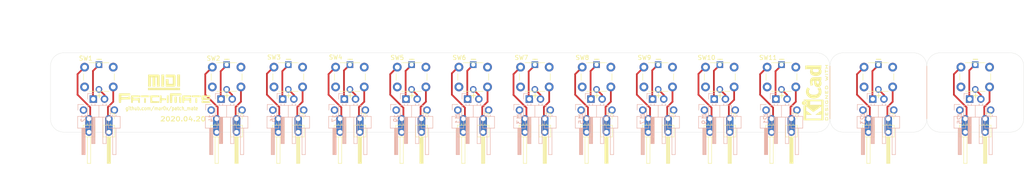
<source format=kicad_pcb>
(kicad_pcb (version 20171130) (host pcbnew "(5.1.5-0-10_14)")
  (layers (0 F.Cu signal) (31 B.Cu signal) (34 B.Paste user) (35 F.Paste user) (36 B.SilkS user) (37 F.SilkS user) (38 B.Mask user) (39 F.Mask user) (44 Edge.Cuts user))
  (net 0 "")
  (net 1 "Net-(J1-Pad2)")
  (net 2 "Net-(J1-Pad1)")
  (net 3 "Net-(J2-Pad1)")
  (net 4 "Net-(J2-Pad2)")
  (net 5 "Net-(J3-Pad2)")
  (net 6 "Net-(J3-Pad1)")
  (net 7 "Net-(J4-Pad1)")
  (net 8 "Net-(J4-Pad2)")
  (net 9 "Net-(J5-Pad1)")
  (net 10 "Net-(J5-Pad2)")
  (net 11 "Net-(J6-Pad2)")
  (net 12 "Net-(J6-Pad1)")
  (net 13 "Net-(J7-Pad2)")
  (net 14 "Net-(J7-Pad1)")
  (net 15 "Net-(J8-Pad1)")
  (net 16 "Net-(J8-Pad2)")
  (net 17 "Net-(J9-Pad1)")
  (net 18 "Net-(J9-Pad2)")
  (net 19 "Net-(J10-Pad2)")
  (net 20 "Net-(J10-Pad1)")
  (net 21 "Net-(J11-Pad1)")
  (net 22 "Net-(J11-Pad2)")
  (net 23 "Net-(J12-Pad2)")
  (net 24 "Net-(J12-Pad1)")
  (net 25 "Net-(J13-Pad2)")
  (net 26 "Net-(J13-Pad1)")
  (net 27 "Net-(J14-Pad1)")
  (net 28 "Net-(J14-Pad2)")
  (net 29 "Net-(J15-Pad1)")
  (net 30 "Net-(J15-Pad2)")
  (net 31 "Net-(J16-Pad2)")
  (net 32 "Net-(J16-Pad1)")
  (net 33 "Net-(J17-Pad2)")
  (net 34 "Net-(J17-Pad1)")
  (net 35 "Net-(J18-Pad1)")
  (net 36 "Net-(J18-Pad2)")
  (net 37 "Net-(J19-Pad1)")
  (net 38 "Net-(J19-Pad2)")
  (net 39 "Net-(J20-Pad2)")
  (net 40 "Net-(J20-Pad1)")
  (net 41 "Net-(J21-Pad2)")
  (net 42 "Net-(J21-Pad1)")
  (net 43 "Net-(J22-Pad1)")
  (net 44 "Net-(J22-Pad2)")
  (net 45 "Net-(J23-Pad1)")
  (net 46 "Net-(J23-Pad2)")
  (net 47 "Net-(J24-Pad2)")
  (net 48 "Net-(J24-Pad1)")
  (net 49 "Net-(J25-Pad2)")
  (net 50 "Net-(J25-Pad1)")
  (net 51 "Net-(J26-Pad1)")
  (net 52 "Net-(J26-Pad2)")
  (module bg:midi_of (layer F.Cu) (at 57.785 96.647)
    (fp_text reference G*** hide)
    (fp_text value LOGO hide)
  )
  (module bg:pm (layer F.Cu) (at 58.039 100.33)
    (fp_text reference G*** hide)
    (fp_text value LOGO hide)
  )
  (module Symbol:KiCad-Logo2_5mm_SilkScreen (layer F.Cu) (at 205.613 99.06 90)
    (fp_text reference REF** hide)
    (fp_text value KiCad-Logo2_5mm_SilkScreen hide)
  )
  (module Connectors:PinHeader_1x02_P4.5mm_Horizontal (layer F.Cu) (at 45.25 105 270)
    (fp_text reference J1 hide)
    (fp_text value Conn_01x02_Male)
    (pad 1 thru_hole oval (at 3 0 270) (size 4.7 1.7) (drill 1 (offset -1.5 0)) (layers *.Cu *.Mask) (net 2 "Net-(J1-Pad1)"))
    (pad 2 thru_hole oval (at 3 4.5 270) (size 4.7 1.7) (drill 1 (offset -1.5 0)) (layers *.Cu *.Mask) (net 1 "Net-(J1-Pad2)"))
    (pad 1 thru_hole oval (at 0 0 270) (size 1.7 1.7) (drill 1) (layers *.Cu *.Mask) (net 2 "Net-(J1-Pad1)"))
    (pad 2 thru_hole oval (at 0 4.5 270) (size 1.7 1.7) (drill 1) (layers *.Cu *.Mask) (net 1 "Net-(J1-Pad2)"))
  )
  (module Connectors:PinHeader_1x02_P4.5mm_Horizontal (layer F.Cu) (at 74.25 105 270)
    (fp_text reference J3 hide)
    (fp_text value Conn_01x02_Male)
    (pad 1 thru_hole oval (at 3 0 270) (size 4.7 1.7) (drill 1 (offset -1.5 0)) (layers *.Cu *.Mask) (net 6 "Net-(J3-Pad1)"))
    (pad 2 thru_hole oval (at 3 4.5 270) (size 4.7 1.7) (drill 1 (offset -1.5 0)) (layers *.Cu *.Mask) (net 5 "Net-(J3-Pad2)"))
    (pad 1 thru_hole oval (at 0 0 270) (size 1.7 1.7) (drill 1) (layers *.Cu *.Mask) (net 6 "Net-(J3-Pad1)"))
    (pad 2 thru_hole oval (at 0 4.5 270) (size 1.7 1.7) (drill 1) (layers *.Cu *.Mask) (net 5 "Net-(J3-Pad2)"))
  )
  (module Connectors:PinHeader_1x02_P4.5mm_Horizontal (layer F.Cu) (at 88.25 105 270)
    (fp_text reference J5 hide)
    (fp_text value Conn_01x02_Male hide)
    (pad 1 thru_hole oval (at 3 0 270) (size 4.7 1.7) (drill 1 (offset -1.5 0)) (layers *.Cu *.Mask) (net 9 "Net-(J5-Pad1)"))
    (pad 2 thru_hole oval (at 3 4.5 270) (size 4.7 1.7) (drill 1 (offset -1.5 0)) (layers *.Cu *.Mask) (net 10 "Net-(J5-Pad2)"))
    (pad 1 thru_hole oval (at 0 0 270) (size 1.7 1.7) (drill 1) (layers *.Cu *.Mask) (net 9 "Net-(J5-Pad1)"))
    (pad 2 thru_hole oval (at 0 4.5 270) (size 1.7 1.7) (drill 1) (layers *.Cu *.Mask) (net 10 "Net-(J5-Pad2)"))
  )
  (module Connectors:PinHeader_1x02_P4.5mm_Horizontal (layer F.Cu) (at 102.25 105 270)
    (fp_text reference J8 hide)
    (fp_text value Conn_01x02_Male)
    (pad 1 thru_hole oval (at 3 0 270) (size 4.7 1.7) (drill 1 (offset -1.5 0)) (layers *.Cu *.Mask) (net 15 "Net-(J8-Pad1)"))
    (pad 2 thru_hole oval (at 3 4.5 270) (size 4.7 1.7) (drill 1 (offset -1.5 0)) (layers *.Cu *.Mask) (net 16 "Net-(J8-Pad2)"))
    (pad 1 thru_hole oval (at 0 0 270) (size 1.7 1.7) (drill 1) (layers *.Cu *.Mask) (net 15 "Net-(J8-Pad1)"))
    (pad 2 thru_hole oval (at 0 4.5 270) (size 1.7 1.7) (drill 1) (layers *.Cu *.Mask) (net 16 "Net-(J8-Pad2)"))
  )
  (module Connectors:PinHeader_1x02_P4.5mm_Horizontal (layer F.Cu) (at 116.25 105 270)
    (fp_text reference J10 hide)
    (fp_text value Conn_01x02_Male)
    (pad 1 thru_hole oval (at 3 0 270) (size 4.7 1.7) (drill 1 (offset -1.5 0)) (layers *.Cu *.Mask) (net 20 "Net-(J10-Pad1)"))
    (pad 2 thru_hole oval (at 3 4.5 270) (size 4.7 1.7) (drill 1 (offset -1.5 0)) (layers *.Cu *.Mask) (net 19 "Net-(J10-Pad2)"))
    (pad 1 thru_hole oval (at 0 0 270) (size 1.7 1.7) (drill 1) (layers *.Cu *.Mask) (net 20 "Net-(J10-Pad1)"))
    (pad 2 thru_hole oval (at 0 4.5 270) (size 1.7 1.7) (drill 1) (layers *.Cu *.Mask) (net 19 "Net-(J10-Pad2)"))
  )
  (module Connectors:PinHeader_1x02_P4.5mm_Horizontal (layer F.Cu) (at 130.25 105 270)
    (fp_text reference J12 hide)
    (fp_text value Conn_01x02_Male)
    (pad 1 thru_hole oval (at 3 0 270) (size 4.7 1.7) (drill 1 (offset -1.5 0)) (layers *.Cu *.Mask) (net 24 "Net-(J12-Pad1)"))
    (pad 2 thru_hole oval (at 3 4.5 270) (size 4.7 1.7) (drill 1 (offset -1.5 0)) (layers *.Cu *.Mask) (net 23 "Net-(J12-Pad2)"))
    (pad 1 thru_hole oval (at 0 0 270) (size 1.7 1.7) (drill 1) (layers *.Cu *.Mask) (net 24 "Net-(J12-Pad1)"))
    (pad 2 thru_hole oval (at 0 4.5 270) (size 1.7 1.7) (drill 1) (layers *.Cu *.Mask) (net 23 "Net-(J12-Pad2)"))
  )
  (module Connectors:PinHeader_1x02_P4.5mm_Horizontal (layer F.Cu) (at 144.25 105 270)
    (fp_text reference J14 hide)
    (fp_text value Conn_01x02_Male)
    (pad 1 thru_hole oval (at 3 0 270) (size 4.7 1.7) (drill 1 (offset -1.5 0)) (layers *.Cu *.Mask) (net 27 "Net-(J14-Pad1)"))
    (pad 2 thru_hole oval (at 3 4.5 270) (size 4.7 1.7) (drill 1 (offset -1.5 0)) (layers *.Cu *.Mask) (net 28 "Net-(J14-Pad2)"))
    (pad 1 thru_hole oval (at 0 0 270) (size 1.7 1.7) (drill 1) (layers *.Cu *.Mask) (net 27 "Net-(J14-Pad1)"))
    (pad 2 thru_hole oval (at 0 4.5 270) (size 1.7 1.7) (drill 1) (layers *.Cu *.Mask) (net 28 "Net-(J14-Pad2)"))
  )
  (module Connectors:PinHeader_1x02_P4.5mm_Horizontal (layer F.Cu) (at 158.25 105 270)
    (fp_text reference J16 hide)
    (fp_text value Conn_01x02_Male)
    (pad 1 thru_hole oval (at 3 0 270) (size 4.7 1.7) (drill 1 (offset -1.5 0)) (layers *.Cu *.Mask) (net 32 "Net-(J16-Pad1)"))
    (pad 2 thru_hole oval (at 3 4.5 270) (size 4.7 1.7) (drill 1 (offset -1.5 0)) (layers *.Cu *.Mask) (net 31 "Net-(J16-Pad2)"))
    (pad 1 thru_hole oval (at 0 0 270) (size 1.7 1.7) (drill 1) (layers *.Cu *.Mask) (net 32 "Net-(J16-Pad1)"))
    (pad 2 thru_hole oval (at 0 4.5 270) (size 1.7 1.7) (drill 1) (layers *.Cu *.Mask) (net 31 "Net-(J16-Pad2)"))
  )
  (module Connectors:PinHeader_1x02_P4.5mm_Horizontal (layer F.Cu) (at 172.25 105 270)
    (fp_text reference J18 hide)
    (fp_text value Conn_01x02_Male)
    (pad 1 thru_hole oval (at 3 0 270) (size 4.7 1.7) (drill 1 (offset -1.5 0)) (layers *.Cu *.Mask) (net 35 "Net-(J18-Pad1)"))
    (pad 2 thru_hole oval (at 3 4.5 270) (size 4.7 1.7) (drill 1 (offset -1.5 0)) (layers *.Cu *.Mask) (net 36 "Net-(J18-Pad2)"))
    (pad 1 thru_hole oval (at 0 0 270) (size 1.7 1.7) (drill 1) (layers *.Cu *.Mask) (net 35 "Net-(J18-Pad1)"))
    (pad 2 thru_hole oval (at 0 4.5 270) (size 1.7 1.7) (drill 1) (layers *.Cu *.Mask) (net 36 "Net-(J18-Pad2)"))
  )
  (module Connectors:PinHeader_1x02_P4.5mm_Horizontal (layer F.Cu) (at 186.25 105 270)
    (fp_text reference J20 hide)
    (fp_text value Conn_01x02_Male)
    (pad 1 thru_hole oval (at 3 0 270) (size 4.7 1.7) (drill 1 (offset -1.5 0)) (layers *.Cu *.Mask) (net 40 "Net-(J20-Pad1)"))
    (pad 2 thru_hole oval (at 3 4.5 270) (size 4.7 1.7) (drill 1 (offset -1.5 0)) (layers *.Cu *.Mask) (net 39 "Net-(J20-Pad2)"))
    (pad 1 thru_hole oval (at 0 0 270) (size 1.7 1.7) (drill 1) (layers *.Cu *.Mask) (net 40 "Net-(J20-Pad1)"))
    (pad 2 thru_hole oval (at 0 4.5 270) (size 1.7 1.7) (drill 1) (layers *.Cu *.Mask) (net 39 "Net-(J20-Pad2)"))
  )
  (module Connectors:PinHeader_1x02_P4.5mm_Horizontal (layer F.Cu) (at 200.25 105 270)
    (fp_text reference J22 hide)
    (fp_text value Conn_01x02_Male)
    (pad 1 thru_hole oval (at 3 0 270) (size 4.7 1.7) (drill 1 (offset -1.5 0)) (layers *.Cu *.Mask) (net 43 "Net-(J22-Pad1)"))
    (pad 2 thru_hole oval (at 3 4.5 270) (size 4.7 1.7) (drill 1 (offset -1.5 0)) (layers *.Cu *.Mask) (net 44 "Net-(J22-Pad2)"))
    (pad 1 thru_hole oval (at 0 0 270) (size 1.7 1.7) (drill 1) (layers *.Cu *.Mask) (net 43 "Net-(J22-Pad1)"))
    (pad 2 thru_hole oval (at 0 4.5 270) (size 1.7 1.7) (drill 1) (layers *.Cu *.Mask) (net 44 "Net-(J22-Pad2)"))
  )
  (module Connectors:PinHeader_1x02_P4.5mm_Horizontal (layer F.Cu) (at 222.25 105 270)
    (fp_text reference J24 hide)
    (fp_text value Conn_01x02_Male)
    (pad 1 thru_hole oval (at 3 0 270) (size 4.7 1.7) (drill 1 (offset -1.5 0)) (layers *.Cu *.Mask) (net 48 "Net-(J24-Pad1)"))
    (pad 2 thru_hole oval (at 3 4.5 270) (size 4.7 1.7) (drill 1 (offset -1.5 0)) (layers *.Cu *.Mask) (net 47 "Net-(J24-Pad2)"))
    (pad 1 thru_hole oval (at 0 0 270) (size 1.7 1.7) (drill 1) (layers *.Cu *.Mask) (net 48 "Net-(J24-Pad1)"))
    (pad 2 thru_hole oval (at 0 4.5 270) (size 1.7 1.7) (drill 1) (layers *.Cu *.Mask) (net 47 "Net-(J24-Pad2)"))
  )
  (module Connectors:PinHeader_1x02_P4.5mm_Horizontal (layer F.Cu) (at 244.25 105 270)
    (fp_text reference J26 hide)
    (fp_text value Conn_01x02_Male)
    (pad 1 thru_hole oval (at 3 0 270) (size 4.7 1.7) (drill 1 (offset -1.5 0)) (layers *.Cu *.Mask) (net 51 "Net-(J26-Pad1)"))
    (pad 2 thru_hole oval (at 3 4.5 270) (size 4.7 1.7) (drill 1 (offset -1.5 0)) (layers *.Cu *.Mask) (net 52 "Net-(J26-Pad2)"))
    (pad 1 thru_hole oval (at 0 0 270) (size 1.7 1.7) (drill 1) (layers *.Cu *.Mask) (net 51 "Net-(J26-Pad1)"))
    (pad 2 thru_hole oval (at 0 4.5 270) (size 1.7 1.7) (drill 1) (layers *.Cu *.Mask) (net 52 "Net-(J26-Pad2)"))
  )
  (module Connectors:PinHeader_1x02_P7.0mm_Horizontal (layer B.Cu) (at 238.5 103 270)
    (fp_text reference REF** hide)
    (fp_text value PinHeader_1x02_P7.0mm_Horizontal hide)
    (pad 2 thru_hole oval (at 0 -7 270) (size 1.7 1.7) (drill 1) (layers *.Cu *.Mask))
    (pad 1 thru_hole circle (at 0 0 270) (size 1.7 1.7) (drill 1) (layers *.Cu *.Mask))
  )
  (module Connectors:PinHeader_1x02_P7.0mm_Horizontal (layer B.Cu) (at 216.5 103 270)
    (fp_text reference REF** hide)
    (fp_text value PinHeader_1x02_P7.0mm_Horizontal hide)
    (pad 2 thru_hole oval (at 0 -7 270) (size 1.7 1.7) (drill 1) (layers *.Cu *.Mask))
    (pad 1 thru_hole circle (at 0 0 270) (size 1.7 1.7) (drill 1) (layers *.Cu *.Mask))
  )
  (module Connectors:PinHeader_1x02_P7.0mm_Horizontal (layer B.Cu) (at 194.5 103 270)
    (fp_text reference REF** hide)
    (fp_text value PinHeader_1x02_P7.0mm_Horizontal hide)
    (pad 2 thru_hole oval (at 0 -7 270) (size 1.7 1.7) (drill 1) (layers *.Cu *.Mask))
    (pad 1 thru_hole circle (at 0 0 270) (size 1.7 1.7) (drill 1) (layers *.Cu *.Mask))
  )
  (module Connectors:PinHeader_1x02_P7.0mm_Horizontal (layer B.Cu) (at 180.5 103 270)
    (fp_text reference REF** hide)
    (fp_text value PinHeader_1x02_P7.0mm_Horizontal hide)
    (pad 2 thru_hole oval (at 0 -7 270) (size 1.7 1.7) (drill 1) (layers *.Cu *.Mask))
    (pad 1 thru_hole circle (at 0 0 270) (size 1.7 1.7) (drill 1) (layers *.Cu *.Mask))
  )
  (module Connectors:PinHeader_1x02_P7.0mm_Horizontal (layer B.Cu) (at 166.5 103 270)
    (fp_text reference REF** hide)
    (fp_text value PinHeader_1x02_P7.0mm_Horizontal hide)
    (pad 2 thru_hole oval (at 0 -7 270) (size 1.7 1.7) (drill 1) (layers *.Cu *.Mask))
    (pad 1 thru_hole circle (at 0 0 270) (size 1.7 1.7) (drill 1) (layers *.Cu *.Mask))
  )
  (module Connectors:PinHeader_1x02_P7.0mm_Horizontal (layer B.Cu) (at 152.5 103 270)
    (fp_text reference REF** hide)
    (fp_text value PinHeader_1x02_P7.0mm_Horizontal hide)
    (pad 2 thru_hole oval (at 0 -7 270) (size 1.7 1.7) (drill 1) (layers *.Cu *.Mask))
    (pad 1 thru_hole circle (at 0 0 270) (size 1.7 1.7) (drill 1) (layers *.Cu *.Mask))
  )
  (module Connectors:PinHeader_1x02_P7.0mm_Horizontal (layer B.Cu) (at 138.5 103 270)
    (fp_text reference REF** hide)
    (fp_text value PinHeader_1x02_P7.0mm_Horizontal hide)
    (pad 2 thru_hole oval (at 0 -7 270) (size 1.7 1.7) (drill 1) (layers *.Cu *.Mask))
    (pad 1 thru_hole circle (at 0 0 270) (size 1.7 1.7) (drill 1) (layers *.Cu *.Mask))
  )
  (module Connectors:PinHeader_1x02_P7.0mm_Horizontal (layer B.Cu) (at 124.5 103 270)
    (fp_text reference REF** hide)
    (fp_text value PinHeader_1x02_P7.0mm_Horizontal hide)
    (pad 2 thru_hole oval (at 0 -7 270) (size 1.7 1.7) (drill 1) (layers *.Cu *.Mask))
    (pad 1 thru_hole circle (at 0 0 270) (size 1.7 1.7) (drill 1) (layers *.Cu *.Mask))
  )
  (module Connectors:PinHeader_1x02_P7.0mm_Horizontal (layer B.Cu) (at 110.5 103 270)
    (fp_text reference REF** hide)
    (fp_text value PinHeader_1x02_P7.0mm_Horizontal hide)
    (pad 2 thru_hole oval (at 0 -7 270) (size 1.7 1.7) (drill 1) (layers *.Cu *.Mask))
    (pad 1 thru_hole circle (at 0 0 270) (size 1.7 1.7) (drill 1) (layers *.Cu *.Mask))
  )
  (module Connectors:PinHeader_1x02_P7.0mm_Horizontal (layer B.Cu) (at 96.5 103 270)
    (fp_text reference REF** hide)
    (fp_text value PinHeader_1x02_P7.0mm_Horizontal hide)
    (pad 2 thru_hole oval (at 0 -7 270) (size 1.7 1.7) (drill 1) (layers *.Cu *.Mask))
    (pad 1 thru_hole circle (at 0 0 270) (size 1.7 1.7) (drill 1) (layers *.Cu *.Mask))
  )
  (module Connectors:PinHeader_1x02_P7.0mm_Horizontal (layer B.Cu) (at 82.5 103 270)
    (fp_text reference REF** hide)
    (fp_text value PinHeader_1x02_P7.0mm_Horizontal hide)
    (pad 2 thru_hole oval (at 0 -7 270) (size 1.7 1.7) (drill 1) (layers *.Cu *.Mask))
    (pad 1 thru_hole circle (at 0 0 270) (size 1.7 1.7) (drill 1) (layers *.Cu *.Mask))
  )
  (module Connectors:PinHeader_1x02_P7.0mm_Horizontal (layer B.Cu) (at 68.5 103 270)
    (fp_text reference REF** hide)
    (fp_text value PinHeader_1x02_P7.0mm_Horizontal)
    (pad 2 thru_hole oval (at 0 -7 270) (size 1.7 1.7) (drill 1) (layers *.Cu *.Mask))
    (pad 1 thru_hole circle (at 0 0 270) (size 1.7 1.7) (drill 1) (layers *.Cu *.Mask))
  )
  (module Connectors:PinHeader_1x02_P7.0mm_Horizontal (layer B.Cu) (at 39.5 103 270)
    (fp_text reference REF** hide)
    (fp_text value PinHeader_1x02_P7.0mm_Horizontal)
    (pad 2 thru_hole oval (at 0 -7 270) (size 1.7 1.7) (drill 1) (layers *.Cu *.Mask))
    (pad 1 thru_hole circle (at 0 0 270) (size 1.7 1.7) (drill 1) (layers *.Cu *.Mask))
  )
  (module LED_Button_Switch_THT:SW_PUSH_6mm (layer F.Cu) (at 39.75 93.25)
    (fp_text reference SW1 (at 0.25 -2) (layer F.SilkS))
    (fp_text value SW_MEC_5G_LED)
    (pad 3 thru_hole circle (at 3.25 5.05 90) (size 1.5 1.5) (drill 0.9) (layers *.Cu *.Mask) (net 4 "Net-(J2-Pad2)"))
    (pad 2 thru_hole rect (at 3.25 -0.55 90) (size 1.5 1.5) (drill 0.9) (layers *.Cu *.Mask) (net 3 "Net-(J2-Pad1)"))
    (pad 1 thru_hole circle (at 6.5 0 90) (size 2 2) (drill 1.1) (layers *.Cu *.Mask) (net 1 "Net-(J1-Pad2)"))
    (pad 4 thru_hole circle (at 6.5 4.5 90) (size 2 2) (drill 1.1) (layers *.Cu *.Mask) (net 2 "Net-(J1-Pad1)"))
    (pad 1 thru_hole circle (at 0 0 90) (size 2 2) (drill 1.1) (layers *.Cu *.Mask) (net 1 "Net-(J1-Pad2)"))
    (pad 4 thru_hole circle (at 0 4.5 90) (size 2 2) (drill 1.1) (layers *.Cu *.Mask) (net 2 "Net-(J1-Pad1)"))
  )
  (module LED_Button_Switch_THT:SW_PUSH_6mm (layer F.Cu) (at 68.75 93.25)
    (fp_text reference SW2 (at 0.25 -2) (layer F.SilkS))
    (fp_text value SW_MEC_5G_LED)
    (pad 3 thru_hole circle (at 3.25 5.05 90) (size 1.5 1.5) (drill 0.9) (layers *.Cu *.Mask) (net 8 "Net-(J4-Pad2)"))
    (pad 2 thru_hole rect (at 3.25 -0.55 90) (size 1.5 1.5) (drill 0.9) (layers *.Cu *.Mask) (net 7 "Net-(J4-Pad1)"))
    (pad 1 thru_hole circle (at 6.5 0 90) (size 2 2) (drill 1.1) (layers *.Cu *.Mask) (net 5 "Net-(J3-Pad2)"))
    (pad 4 thru_hole circle (at 6.5 4.5 90) (size 2 2) (drill 1.1) (layers *.Cu *.Mask) (net 6 "Net-(J3-Pad1)"))
    (pad 1 thru_hole circle (at 0 0 90) (size 2 2) (drill 1.1) (layers *.Cu *.Mask) (net 5 "Net-(J3-Pad2)"))
    (pad 4 thru_hole circle (at 0 4.5 90) (size 2 2) (drill 1.1) (layers *.Cu *.Mask) (net 6 "Net-(J3-Pad1)"))
  )
  (module LED_Button_Switch_THT:SW_PUSH_6mm (layer F.Cu) (at 82.75 93.25)
    (fp_text reference SW3 (at 0 -2.25) (layer F.SilkS))
    (fp_text value SW_MEC_5G_LED)
    (pad 3 thru_hole circle (at 3.25 5.05 90) (size 1.5 1.5) (drill 0.9) (layers *.Cu *.Mask) (net 11 "Net-(J6-Pad2)"))
    (pad 2 thru_hole rect (at 3.25 -0.55 90) (size 1.5 1.5) (drill 0.9) (layers *.Cu *.Mask) (net 12 "Net-(J6-Pad1)"))
    (pad 1 thru_hole circle (at 6.5 0 90) (size 2 2) (drill 1.1) (layers *.Cu *.Mask) (net 10 "Net-(J5-Pad2)"))
    (pad 4 thru_hole circle (at 6.5 4.5 90) (size 2 2) (drill 1.1) (layers *.Cu *.Mask) (net 9 "Net-(J5-Pad1)"))
    (pad 1 thru_hole circle (at 0 0 90) (size 2 2) (drill 1.1) (layers *.Cu *.Mask) (net 10 "Net-(J5-Pad2)"))
    (pad 4 thru_hole circle (at 0 4.5 90) (size 2 2) (drill 1.1) (layers *.Cu *.Mask) (net 9 "Net-(J5-Pad1)"))
  )
  (module Connector_PinHeader_2.54mm:PinHeader_1x02_P2.54mm_Horizontal (layer B.Cu) (at 41.73 100.5 270)
    (fp_text reference J2 (at 4.385 2.27 90) (layer B.SilkS) (effects (justify mirror)))
    (fp_text value Conn_01x02_Male)
    (pad 1 thru_hole rect (at 0 0 270) (size 1.7 1.7) (drill 1) (layers *.Cu *.Mask) (net 3 "Net-(J2-Pad1)"))
    (pad 2 thru_hole oval (at 0 -2.54 270) (size 1.7 1.7) (drill 1) (layers *.Cu *.Mask) (net 4 "Net-(J2-Pad2)"))
  )
  (module Connector_PinHeader_2.54mm:PinHeader_1x02_P2.54mm_Horizontal (layer B.Cu) (at 70.73 100.5 270)
    (fp_text reference J4 (at 4.385 2.27 90) (layer B.SilkS) (effects (justify mirror)))
    (fp_text value Conn_01x02_Male)
    (pad 1 thru_hole rect (at 0 0 270) (size 1.7 1.7) (drill 1) (layers *.Cu *.Mask) (net 7 "Net-(J4-Pad1)"))
    (pad 2 thru_hole oval (at 0 -2.54 270) (size 1.7 1.7) (drill 1) (layers *.Cu *.Mask) (net 8 "Net-(J4-Pad2)"))
  )
  (module Connector_PinHeader_2.54mm:PinHeader_1x02_P2.54mm_Horizontal (layer B.Cu) (at 84.73 100.5 270)
    (fp_text reference J6 (at 4.385 2.27 90) (layer B.SilkS) (effects (justify mirror)))
    (fp_text value Conn_01x02_Male)
    (pad 2 thru_hole oval (at 0 -2.54 270) (size 1.7 1.7) (drill 1) (layers *.Cu *.Mask) (net 11 "Net-(J6-Pad2)"))
    (pad 1 thru_hole rect (at 0 0 270) (size 1.7 1.7) (drill 1) (layers *.Cu *.Mask) (net 12 "Net-(J6-Pad1)"))
  )
  (module Connector_PinHeader_2.54mm:PinHeader_1x02_P2.54mm_Horizontal (layer B.Cu) (at 98.73 100.5 270)
    (fp_text reference J7 (at 4.385 2.27 90) (layer B.SilkS) (effects (justify mirror)))
    (fp_text value Conn_01x02_Male)
    (pad 2 thru_hole oval (at 0 -2.54 270) (size 1.7 1.7) (drill 1) (layers *.Cu *.Mask) (net 13 "Net-(J7-Pad2)"))
    (pad 1 thru_hole rect (at 0 0 270) (size 1.7 1.7) (drill 1) (layers *.Cu *.Mask) (net 14 "Net-(J7-Pad1)"))
  )
  (module Connector_PinHeader_2.54mm:PinHeader_1x02_P2.54mm_Horizontal (layer B.Cu) (at 112.73 100.5 270)
    (fp_text reference J9 (at 4.385 2.27 90) (layer B.SilkS) (effects (justify mirror)))
    (fp_text value Conn_01x02_Male)
    (pad 1 thru_hole rect (at 0 0 270) (size 1.7 1.7) (drill 1) (layers *.Cu *.Mask) (net 17 "Net-(J9-Pad1)"))
    (pad 2 thru_hole oval (at 0 -2.54 270) (size 1.7 1.7) (drill 1) (layers *.Cu *.Mask) (net 18 "Net-(J9-Pad2)"))
  )
  (module Connector_PinHeader_2.54mm:PinHeader_1x02_P2.54mm_Horizontal (layer B.Cu) (at 126.73 100.5 270)
    (fp_text reference J11 (at 4.385 2.27 90) (layer B.SilkS) (effects (justify mirror)))
    (fp_text value Conn_01x02_Male)
    (pad 1 thru_hole rect (at 0 0 270) (size 1.7 1.7) (drill 1) (layers *.Cu *.Mask) (net 21 "Net-(J11-Pad1)"))
    (pad 2 thru_hole oval (at 0 -2.54 270) (size 1.7 1.7) (drill 1) (layers *.Cu *.Mask) (net 22 "Net-(J11-Pad2)"))
  )
  (module Connector_PinHeader_2.54mm:PinHeader_1x02_P2.54mm_Horizontal (layer B.Cu) (at 140.73 100.5 270)
    (fp_text reference J13 (at 4.385 2.27 90) (layer B.SilkS) (effects (justify mirror)))
    (fp_text value Conn_01x02_Male)
    (pad 2 thru_hole oval (at 0 -2.54 270) (size 1.7 1.7) (drill 1) (layers *.Cu *.Mask) (net 25 "Net-(J13-Pad2)"))
    (pad 1 thru_hole rect (at 0 0 270) (size 1.7 1.7) (drill 1) (layers *.Cu *.Mask) (net 26 "Net-(J13-Pad1)"))
  )
  (module Connector_PinHeader_2.54mm:PinHeader_1x02_P2.54mm_Horizontal (layer B.Cu) (at 154.73 100.5 270)
    (fp_text reference J15 (at 4.385 2.27 90) (layer B.SilkS) (effects (justify mirror)))
    (fp_text value Conn_01x02_Male)
    (pad 1 thru_hole rect (at 0 0 270) (size 1.7 1.7) (drill 1) (layers *.Cu *.Mask) (net 29 "Net-(J15-Pad1)"))
    (pad 2 thru_hole oval (at 0 -2.54 270) (size 1.7 1.7) (drill 1) (layers *.Cu *.Mask) (net 30 "Net-(J15-Pad2)"))
  )
  (module Connector_PinHeader_2.54mm:PinHeader_1x02_P2.54mm_Horizontal (layer B.Cu) (at 168.73 100.5 270)
    (fp_text reference J17 (at 4.385 2.27 90) (layer B.SilkS) (effects (justify mirror)))
    (fp_text value Conn_01x02_Male)
    (pad 2 thru_hole oval (at 0 -2.54 270) (size 1.7 1.7) (drill 1) (layers *.Cu *.Mask) (net 33 "Net-(J17-Pad2)"))
    (pad 1 thru_hole rect (at 0 0 270) (size 1.7 1.7) (drill 1) (layers *.Cu *.Mask) (net 34 "Net-(J17-Pad1)"))
  )
  (module Connector_PinHeader_2.54mm:PinHeader_1x02_P2.54mm_Horizontal (layer B.Cu) (at 182.73 100.5 270)
    (fp_text reference J19 (at 4.385 2.27 90) (layer B.SilkS) (effects (justify mirror)))
    (fp_text value Conn_01x02_Male)
    (pad 1 thru_hole rect (at 0 0 270) (size 1.7 1.7) (drill 1) (layers *.Cu *.Mask) (net 37 "Net-(J19-Pad1)"))
    (pad 2 thru_hole oval (at 0 -2.54 270) (size 1.7 1.7) (drill 1) (layers *.Cu *.Mask) (net 38 "Net-(J19-Pad2)"))
  )
  (module Connector_PinHeader_2.54mm:PinHeader_1x02_P2.54mm_Horizontal (layer B.Cu) (at 196.73 100.5 270)
    (fp_text reference J21 (at 4.385 2.27 90) (layer B.SilkS) (effects (justify mirror)))
    (fp_text value Conn_01x02_Male)
    (pad 2 thru_hole oval (at 0 -2.54 270) (size 1.7 1.7) (drill 1) (layers *.Cu *.Mask) (net 41 "Net-(J21-Pad2)"))
    (pad 1 thru_hole rect (at 0 0 270) (size 1.7 1.7) (drill 1) (layers *.Cu *.Mask) (net 42 "Net-(J21-Pad1)"))
  )
  (module Connector_PinHeader_2.54mm:PinHeader_1x02_P2.54mm_Horizontal (layer B.Cu) (at 218.73 100.5 270)
    (fp_text reference J23 (at 4.385 2.27 90) (layer B.SilkS) (effects (justify mirror)))
    (fp_text value Conn_01x02_Male)
    (pad 1 thru_hole rect (at 0 0 270) (size 1.7 1.7) (drill 1) (layers *.Cu *.Mask) (net 45 "Net-(J23-Pad1)"))
    (pad 2 thru_hole oval (at 0 -2.54 270) (size 1.7 1.7) (drill 1) (layers *.Cu *.Mask) (net 46 "Net-(J23-Pad2)"))
  )
  (module Connector_PinHeader_2.54mm:PinHeader_1x02_P2.54mm_Horizontal (layer B.Cu) (at 240.73 100.5 270)
    (fp_text reference J25 (at 4.385 2.27 90) (layer B.SilkS) (effects (justify mirror)))
    (fp_text value Conn_01x02_Male)
    (pad 2 thru_hole oval (at 0 -2.54 270) (size 1.7 1.7) (drill 1) (layers *.Cu *.Mask) (net 49 "Net-(J25-Pad2)"))
    (pad 1 thru_hole rect (at 0 0 270) (size 1.7 1.7) (drill 1) (layers *.Cu *.Mask) (net 50 "Net-(J25-Pad1)"))
  )
  (module LED_Button_Switch_THT:SW_PUSH_6mm (layer F.Cu) (at 96.75 93.25)
    (fp_text reference SW4 (at 0 -2.25) (layer F.SilkS))
    (fp_text value SW_MEC_5G_LED)
    (pad 4 thru_hole circle (at 0 4.5 90) (size 2 2) (drill 1.1) (layers *.Cu *.Mask) (net 15 "Net-(J8-Pad1)"))
    (pad 1 thru_hole circle (at 0 0 90) (size 2 2) (drill 1.1) (layers *.Cu *.Mask) (net 16 "Net-(J8-Pad2)"))
    (pad 4 thru_hole circle (at 6.5 4.5 90) (size 2 2) (drill 1.1) (layers *.Cu *.Mask) (net 15 "Net-(J8-Pad1)"))
    (pad 1 thru_hole circle (at 6.5 0 90) (size 2 2) (drill 1.1) (layers *.Cu *.Mask) (net 16 "Net-(J8-Pad2)"))
    (pad 2 thru_hole rect (at 3.25 -0.55 90) (size 1.5 1.5) (drill 0.9) (layers *.Cu *.Mask) (net 14 "Net-(J7-Pad1)"))
    (pad 3 thru_hole circle (at 3.25 5.05 90) (size 1.5 1.5) (drill 0.9) (layers *.Cu *.Mask) (net 13 "Net-(J7-Pad2)"))
  )
  (module LED_Button_Switch_THT:SW_PUSH_6mm (layer F.Cu) (at 110.75 93.25)
    (fp_text reference SW5 (at -0.006 -2.159) (layer F.SilkS))
    (fp_text value SW_MEC_5G_LED)
    (pad 3 thru_hole circle (at 3.25 5.05 90) (size 1.5 1.5) (drill 0.9) (layers *.Cu *.Mask) (net 18 "Net-(J9-Pad2)"))
    (pad 2 thru_hole rect (at 3.25 -0.55 90) (size 1.5 1.5) (drill 0.9) (layers *.Cu *.Mask) (net 17 "Net-(J9-Pad1)"))
    (pad 1 thru_hole circle (at 6.5 0 90) (size 2 2) (drill 1.1) (layers *.Cu *.Mask) (net 19 "Net-(J10-Pad2)"))
    (pad 4 thru_hole circle (at 6.5 4.5 90) (size 2 2) (drill 1.1) (layers *.Cu *.Mask) (net 20 "Net-(J10-Pad1)"))
    (pad 1 thru_hole circle (at 0 0 90) (size 2 2) (drill 1.1) (layers *.Cu *.Mask) (net 19 "Net-(J10-Pad2)"))
    (pad 4 thru_hole circle (at 0 4.5 90) (size 2 2) (drill 1.1) (layers *.Cu *.Mask) (net 20 "Net-(J10-Pad1)"))
  )
  (module LED_Button_Switch_THT:SW_PUSH_6mm (layer F.Cu) (at 124.75 93.25)
    (fp_text reference SW6 (at 0.091 -2.159) (layer F.SilkS))
    (fp_text value SW_MEC_5G_LED)
    (pad 4 thru_hole circle (at 0 4.5 90) (size 2 2) (drill 1.1) (layers *.Cu *.Mask) (net 24 "Net-(J12-Pad1)"))
    (pad 1 thru_hole circle (at 0 0 90) (size 2 2) (drill 1.1) (layers *.Cu *.Mask) (net 23 "Net-(J12-Pad2)"))
    (pad 4 thru_hole circle (at 6.5 4.5 90) (size 2 2) (drill 1.1) (layers *.Cu *.Mask) (net 24 "Net-(J12-Pad1)"))
    (pad 1 thru_hole circle (at 6.5 0 90) (size 2 2) (drill 1.1) (layers *.Cu *.Mask) (net 23 "Net-(J12-Pad2)"))
    (pad 2 thru_hole rect (at 3.25 -0.55 90) (size 1.5 1.5) (drill 0.9) (layers *.Cu *.Mask) (net 21 "Net-(J11-Pad1)"))
    (pad 3 thru_hole circle (at 3.25 5.05 90) (size 1.5 1.5) (drill 0.9) (layers *.Cu *.Mask) (net 22 "Net-(J11-Pad2)"))
  )
  (module LED_Button_Switch_THT:SW_PUSH_6mm (layer F.Cu) (at 138.75 93.25)
    (fp_text reference SW7 (at 0.188 -2.159) (layer F.SilkS))
    (fp_text value SW_MEC_5G_LED)
    (pad 3 thru_hole circle (at 3.25 5.05 90) (size 1.5 1.5) (drill 0.9) (layers *.Cu *.Mask) (net 25 "Net-(J13-Pad2)"))
    (pad 2 thru_hole rect (at 3.25 -0.55 90) (size 1.5 1.5) (drill 0.9) (layers *.Cu *.Mask) (net 26 "Net-(J13-Pad1)"))
    (pad 1 thru_hole circle (at 6.5 0 90) (size 2 2) (drill 1.1) (layers *.Cu *.Mask) (net 28 "Net-(J14-Pad2)"))
    (pad 4 thru_hole circle (at 6.5 4.5 90) (size 2 2) (drill 1.1) (layers *.Cu *.Mask) (net 27 "Net-(J14-Pad1)"))
    (pad 1 thru_hole circle (at 0 0 90) (size 2 2) (drill 1.1) (layers *.Cu *.Mask) (net 28 "Net-(J14-Pad2)"))
    (pad 4 thru_hole circle (at 0 4.5 90) (size 2 2) (drill 1.1) (layers *.Cu *.Mask) (net 27 "Net-(J14-Pad1)"))
  )
  (module LED_Button_Switch_THT:SW_PUSH_6mm (layer F.Cu) (at 152.75 93.25)
    (fp_text reference SW8 (at 0.031 -2.159) (layer F.SilkS))
    (fp_text value SW_MEC_5G_LED)
    (pad 3 thru_hole circle (at 3.25 5.05 90) (size 1.5 1.5) (drill 0.9) (layers *.Cu *.Mask) (net 30 "Net-(J15-Pad2)"))
    (pad 2 thru_hole rect (at 3.25 -0.55 90) (size 1.5 1.5) (drill 0.9) (layers *.Cu *.Mask) (net 29 "Net-(J15-Pad1)"))
    (pad 1 thru_hole circle (at 6.5 0 90) (size 2 2) (drill 1.1) (layers *.Cu *.Mask) (net 31 "Net-(J16-Pad2)"))
    (pad 4 thru_hole circle (at 6.5 4.5 90) (size 2 2) (drill 1.1) (layers *.Cu *.Mask) (net 32 "Net-(J16-Pad1)"))
    (pad 1 thru_hole circle (at 0 0 90) (size 2 2) (drill 1.1) (layers *.Cu *.Mask) (net 31 "Net-(J16-Pad2)"))
    (pad 4 thru_hole circle (at 0 4.5 90) (size 2 2) (drill 1.1) (layers *.Cu *.Mask) (net 32 "Net-(J16-Pad1)"))
  )
  (module LED_Button_Switch_THT:SW_PUSH_6mm (layer F.Cu) (at 166.75 93.25)
    (fp_text reference SW9 (at 0.128 -2.159) (layer F.SilkS))
    (fp_text value SW_MEC_5G_LED)
    (pad 4 thru_hole circle (at 0 4.5 90) (size 2 2) (drill 1.1) (layers *.Cu *.Mask) (net 35 "Net-(J18-Pad1)"))
    (pad 1 thru_hole circle (at 0 0 90) (size 2 2) (drill 1.1) (layers *.Cu *.Mask) (net 36 "Net-(J18-Pad2)"))
    (pad 4 thru_hole circle (at 6.5 4.5 90) (size 2 2) (drill 1.1) (layers *.Cu *.Mask) (net 35 "Net-(J18-Pad1)"))
    (pad 1 thru_hole circle (at 6.5 0 90) (size 2 2) (drill 1.1) (layers *.Cu *.Mask) (net 36 "Net-(J18-Pad2)"))
    (pad 2 thru_hole rect (at 3.25 -0.55 90) (size 1.5 1.5) (drill 0.9) (layers *.Cu *.Mask) (net 34 "Net-(J17-Pad1)"))
    (pad 3 thru_hole circle (at 3.25 5.05 90) (size 1.5 1.5) (drill 0.9) (layers *.Cu *.Mask) (net 33 "Net-(J17-Pad2)"))
  )
  (module LED_Button_Switch_THT:SW_PUSH_6mm (layer F.Cu) (at 180.75 93.25)
    (fp_text reference SW10 (at 0.225 -2.159) (layer F.SilkS))
    (fp_text value SW_MEC_5G_LED)
    (pad 3 thru_hole circle (at 3.25 5.05 90) (size 1.5 1.5) (drill 0.9) (layers *.Cu *.Mask) (net 38 "Net-(J19-Pad2)"))
    (pad 2 thru_hole rect (at 3.25 -0.55 90) (size 1.5 1.5) (drill 0.9) (layers *.Cu *.Mask) (net 37 "Net-(J19-Pad1)"))
    (pad 1 thru_hole circle (at 6.5 0 90) (size 2 2) (drill 1.1) (layers *.Cu *.Mask) (net 39 "Net-(J20-Pad2)"))
    (pad 4 thru_hole circle (at 6.5 4.5 90) (size 2 2) (drill 1.1) (layers *.Cu *.Mask) (net 40 "Net-(J20-Pad1)"))
    (pad 1 thru_hole circle (at 0 0 90) (size 2 2) (drill 1.1) (layers *.Cu *.Mask) (net 39 "Net-(J20-Pad2)"))
    (pad 4 thru_hole circle (at 0 4.5 90) (size 2 2) (drill 1.1) (layers *.Cu *.Mask) (net 40 "Net-(J20-Pad1)"))
  )
  (module LED_Button_Switch_THT:SW_PUSH_6mm (layer F.Cu) (at 194.75 93.25)
    (fp_text reference SW11 (at 0.195 -2.159) (layer F.SilkS))
    (fp_text value SW_MEC_5G_LED)
    (pad 4 thru_hole circle (at 0 4.5 90) (size 2 2) (drill 1.1) (layers *.Cu *.Mask) (net 43 "Net-(J22-Pad1)"))
    (pad 1 thru_hole circle (at 0 0 90) (size 2 2) (drill 1.1) (layers *.Cu *.Mask) (net 44 "Net-(J22-Pad2)"))
    (pad 4 thru_hole circle (at 6.5 4.5 90) (size 2 2) (drill 1.1) (layers *.Cu *.Mask) (net 43 "Net-(J22-Pad1)"))
    (pad 1 thru_hole circle (at 6.5 0 90) (size 2 2) (drill 1.1) (layers *.Cu *.Mask) (net 44 "Net-(J22-Pad2)"))
    (pad 2 thru_hole rect (at 3.25 -0.55 90) (size 1.5 1.5) (drill 0.9) (layers *.Cu *.Mask) (net 42 "Net-(J21-Pad1)"))
    (pad 3 thru_hole circle (at 3.25 5.05 90) (size 1.5 1.5) (drill 0.9) (layers *.Cu *.Mask) (net 41 "Net-(J21-Pad2)"))
  )
  (module LED_Button_Switch_THT:SW_PUSH_6mm (layer F.Cu) (at 216.75 93.25)
    (fp_text reference SW12 hide)
    (fp_text value SW_MEC_5G_LED)
    (pad 3 thru_hole circle (at 3.25 5.05 90) (size 1.5 1.5) (drill 0.9) (layers *.Cu *.Mask) (net 46 "Net-(J23-Pad2)"))
    (pad 2 thru_hole rect (at 3.25 -0.55 90) (size 1.5 1.5) (drill 0.9) (layers *.Cu *.Mask) (net 45 "Net-(J23-Pad1)"))
    (pad 1 thru_hole circle (at 6.5 0 90) (size 2 2) (drill 1.1) (layers *.Cu *.Mask) (net 47 "Net-(J24-Pad2)"))
    (pad 4 thru_hole circle (at 6.5 4.5 90) (size 2 2) (drill 1.1) (layers *.Cu *.Mask) (net 48 "Net-(J24-Pad1)"))
    (pad 1 thru_hole circle (at 0 0 90) (size 2 2) (drill 1.1) (layers *.Cu *.Mask) (net 47 "Net-(J24-Pad2)"))
    (pad 4 thru_hole circle (at 0 4.5 90) (size 2 2) (drill 1.1) (layers *.Cu *.Mask) (net 48 "Net-(J24-Pad1)"))
  )
  (module LED_Button_Switch_THT:SW_PUSH_6mm (layer F.Cu) (at 238.75 93.25)
    (fp_text reference SW13 hide)
    (fp_text value SW_MEC_5G_LED)
    (pad 4 thru_hole circle (at 0 4.5 90) (size 2 2) (drill 1.1) (layers *.Cu *.Mask) (net 51 "Net-(J26-Pad1)"))
    (pad 1 thru_hole circle (at 0 0 90) (size 2 2) (drill 1.1) (layers *.Cu *.Mask) (net 52 "Net-(J26-Pad2)"))
    (pad 4 thru_hole circle (at 6.5 4.5 90) (size 2 2) (drill 1.1) (layers *.Cu *.Mask) (net 51 "Net-(J26-Pad1)"))
    (pad 1 thru_hole circle (at 6.5 0 90) (size 2 2) (drill 1.1) (layers *.Cu *.Mask) (net 52 "Net-(J26-Pad2)"))
    (pad 2 thru_hole rect (at 3.25 -0.55 90) (size 1.5 1.5) (drill 0.9) (layers *.Cu *.Mask) (net 50 "Net-(J25-Pad1)"))
    (pad 3 thru_hole circle (at 3.25 5.05 90) (size 1.5 1.5) (drill 0.9) (layers *.Cu *.Mask) (net 49 "Net-(J25-Pad2)"))
  )
  (gr_text 2020.04.20 (at 62.103 105.029) (layer F.SilkS) (effects (font (size 1 1.2) (thickness 0.2))))
  (gr_text github.com/mar0x/patch_mate (at 57.277 102.616) (layer F.SilkS) (effects (font (size 0.8 0.7))))
  (gr_line (start 209 93) (end 209 105) (layer B.SilkS) (width 0.12))
  (gr_line (start 231 93) (end 231 105) (layer B.SilkS) (width 0.12))
  (gr_line (start 209 93) (end 209 105) (layer F.SilkS) (width 0.12))
  (gr_line (start 231 93) (end 231 105) (layer F.SilkS) (width 0.12))
  (gr_line (start 206 108) (end 35 108) (layer Edge.Cuts) (width 0.05))
  (gr_line (start 228 108) (end 212 108) (layer Edge.Cuts) (width 0.05))
  (gr_arc (start 234 105) (end 231 105) (angle -90) (layer Edge.Cuts) (width 0.05))
  (gr_arc (start 228 105) (end 228 108) (angle -90) (layer Edge.Cuts) (width 0.05))
  (gr_arc (start 212 105) (end 209 105) (angle -90) (layer Edge.Cuts) (width 0.05))
  (gr_arc (start 206 105) (end 206 108) (angle -90) (layer Edge.Cuts) (width 0.05))
  (gr_line (start 32 105) (end 32 93) (layer Edge.Cuts) (width 0.05))
  (gr_line (start 35 90) (end 206 90) (layer Edge.Cuts) (width 0.05))
  (gr_line (start 212 90) (end 228 90) (layer Edge.Cuts) (width 0.05))
  (gr_arc (start 206 93) (end 209 93) (angle -90) (layer Edge.Cuts) (width 0.05))
  (gr_line (start 234 90) (end 250 90) (layer Edge.Cuts) (width 0.05))
  (gr_arc (start 234 93) (end 234 90) (angle -90) (layer Edge.Cuts) (width 0.05))
  (gr_line (start 250 108) (end 234 108) (layer Edge.Cuts) (width 0.05))
  (gr_arc (start 228 93) (end 231 93) (angle -90) (layer Edge.Cuts) (width 0.05))
  (gr_arc (start 212 93) (end 212 90) (angle -90) (layer Edge.Cuts) (width 0.05))
  (gr_arc (start 35 105) (end 32 105) (angle -90) (layer Edge.Cuts) (width 0.05))
  (gr_arc (start 35 93) (end 35 90) (angle -90) (layer Edge.Cuts) (width 0.05))
  (gr_arc (start 250 105) (end 250 108) (angle -90) (layer Edge.Cuts) (width 0.05))
  (gr_arc (start 250 93) (end 253 93) (angle -90) (layer Edge.Cuts) (width 0.05))
  (gr_line (start 253 93) (end 253 105) (layer Edge.Cuts) (width 0.05))
  (segment (start 38.149999 99.503997) (end 41.021 102.374998) (width 0.4) (layer F.Cu) (net 1))
  (segment (start 41.021 104.729) (end 40.75 105) (width 0.4) (layer F.Cu) (net 1))
  (segment (start 41.021 102.374998) (end 41.021 104.729) (width 0.4) (layer F.Cu) (net 1))
  (segment (start 38.149999 94.850001) (end 38.149999 99.503997) (width 0.4) (layer F.Cu) (net 1))
  (segment (start 39.75 93.25) (end 38.149999 94.850001) (width 0.4) (layer F.Cu) (net 1))
  (segment (start 45.049999 104.799999) (end 45.25 105) (width 0.4) (layer F.Cu) (net 2))
  (segment (start 45.049999 102.303999) (end 45.049999 104.799999) (width 0.4) (layer F.Cu) (net 2))
  (segment (start 46.25 101.103998) (end 45.049999 102.303999) (width 0.4) (layer F.Cu) (net 2))
  (segment (start 46.25 97.75) (end 46.25 101.103998) (width 0.4) (layer F.Cu) (net 2))
  (segment (start 41.649999 94.113001) (end 41.649999 100.419999) (width 0.4) (layer F.Cu) (net 3))
  (segment (start 41.649999 100.419999) (end 41.73 100.5) (width 0.4) (layer F.Cu) (net 3))
  (segment (start 43 92.763) (end 41.649999 94.113001) (width 0.4) (layer F.Cu) (net 3))
  (segment (start 43 92.7) (end 43 92.763) (width 0.4) (layer F.Cu) (net 3))
  (segment (start 44.27 99.57) (end 44.27 100.5) (width 0.4) (layer F.Cu) (net 4))
  (segment (start 43 98.3) (end 44.27 99.57) (width 0.4) (layer F.Cu) (net 4))
  (segment (start 69.977 104.773) (end 69.75 105) (width 0.4) (layer F.Cu) (net 5))
  (segment (start 67.149999 99.503997) (end 69.977 102.330998) (width 0.4) (layer F.Cu) (net 5))
  (segment (start 69.977 102.330998) (end 69.977 104.773) (width 0.4) (layer F.Cu) (net 5))
  (segment (start 67.149999 94.850001) (end 67.149999 99.503997) (width 0.4) (layer F.Cu) (net 5))
  (segment (start 68.75 93.25) (end 67.149999 94.850001) (width 0.4) (layer F.Cu) (net 5))
  (segment (start 74.049999 104.799999) (end 74.25 105) (width 0.4) (layer F.Cu) (net 6))
  (segment (start 74.049999 102.303999) (end 74.049999 104.799999) (width 0.4) (layer F.Cu) (net 6))
  (segment (start 75.25 101.103998) (end 74.049999 102.303999) (width 0.4) (layer F.Cu) (net 6))
  (segment (start 75.25 97.75) (end 75.25 101.103998) (width 0.4) (layer F.Cu) (net 6))
  (segment (start 70.649999 100.419999) (end 70.73 100.5) (width 0.4) (layer F.Cu) (net 7))
  (segment (start 70.649999 94.196001) (end 70.649999 100.419999) (width 0.4) (layer F.Cu) (net 7))
  (segment (start 72 92.846) (end 70.649999 94.196001) (width 0.4) (layer F.Cu) (net 7))
  (segment (start 72 92.7) (end 72 92.846) (width 0.4) (layer F.Cu) (net 7))
  (segment (start 73.27 99.57) (end 73.27 100.5) (width 0.4) (layer F.Cu) (net 8))
  (segment (start 72 98.3) (end 73.27 99.57) (width 0.4) (layer F.Cu) (net 8))
  (segment (start 88.049999 104.799999) (end 88.25 105) (width 0.4) (layer F.Cu) (net 9))
  (segment (start 88.049999 102.303999) (end 88.049999 104.799999) (width 0.4) (layer F.Cu) (net 9))
  (segment (start 89.25 101.103998) (end 88.049999 102.303999) (width 0.4) (layer F.Cu) (net 9))
  (segment (start 89.25 97.75) (end 89.25 101.103998) (width 0.4) (layer F.Cu) (net 9))
  (segment (start 83.947 104.803) (end 83.75 105) (width 0.4) (layer F.Cu) (net 10))
  (segment (start 83.950001 103.696001) (end 83.947 103.699002) (width 0.4) (layer F.Cu) (net 10))
  (segment (start 81.149999 99.503997) (end 83.950001 102.303999) (width 0.4) (layer F.Cu) (net 10))
  (segment (start 83.947 103.699002) (end 83.947 104.803) (width 0.4) (layer F.Cu) (net 10))
  (segment (start 82.75 93.25) (end 82.645 93.25) (width 0.4) (layer F.Cu) (net 10))
  (segment (start 81.149999 94.745001) (end 81.149999 99.503997) (width 0.4) (layer F.Cu) (net 10))
  (segment (start 83.950001 102.303999) (end 83.950001 103.696001) (width 0.4) (layer F.Cu) (net 10))
  (segment (start 82.645 93.25) (end 81.149999 94.745001) (width 0.4) (layer F.Cu) (net 10))
  (segment (start 87.27 99.57) (end 87.27 100.5) (width 0.4) (layer F.Cu) (net 11))
  (segment (start 86 98.3) (end 87.27 99.57) (width 0.4) (layer F.Cu) (net 11))
  (segment (start 84.649999 100.419999) (end 84.73 100.5) (width 0.4) (layer F.Cu) (net 12))
  (segment (start 84.649999 94.166001) (end 84.649999 100.419999) (width 0.4) (layer F.Cu) (net 12))
  (segment (start 86 92.816) (end 84.649999 94.166001) (width 0.4) (layer F.Cu) (net 12))
  (segment (start 86 92.7) (end 86 92.816) (width 0.4) (layer F.Cu) (net 12))
  (segment (start 101.27 99.57) (end 101.27 100.5) (width 0.4) (layer F.Cu) (net 13))
  (segment (start 100 98.3) (end 101.27 99.57) (width 0.4) (layer F.Cu) (net 13))
  (segment (start 98.649999 100.419999) (end 98.73 100.5) (width 0.4) (layer F.Cu) (net 14))
  (segment (start 98.649999 94.009001) (end 98.649999 100.419999) (width 0.4) (layer F.Cu) (net 14))
  (segment (start 99.959 92.7) (end 98.649999 94.009001) (width 0.4) (layer F.Cu) (net 14))
  (segment (start 100 92.7) (end 99.959 92.7) (width 0.4) (layer F.Cu) (net 14))
  (segment (start 102.049999 102.303999) (end 102.049999 104.799999) (width 0.4) (layer F.Cu) (net 15))
  (segment (start 102.049999 104.799999) (end 102.25 105) (width 0.4) (layer F.Cu) (net 15))
  (segment (start 103.25 101.103998) (end 102.049999 102.303999) (width 0.4) (layer F.Cu) (net 15))
  (segment (start 103.25 97.75) (end 103.25 101.103998) (width 0.4) (layer F.Cu) (net 15))
  (segment (start 98.044 104.706) (end 97.75 105) (width 0.4) (layer F.Cu) (net 16))
  (segment (start 95.149999 99.503997) (end 98.044 102.397998) (width 0.4) (layer F.Cu) (net 16))
  (segment (start 95.149999 94.850001) (end 95.149999 99.503997) (width 0.4) (layer F.Cu) (net 16))
  (segment (start 98.044 102.397998) (end 98.044 104.706) (width 0.4) (layer F.Cu) (net 16))
  (segment (start 96.75 93.25) (end 95.149999 94.850001) (width 0.4) (layer F.Cu) (net 16))
  (segment (start 112.649999 94.106001) (end 112.649999 100.419999) (width 0.4) (layer F.Cu) (net 17))
  (segment (start 112.649999 100.419999) (end 112.73 100.5) (width 0.4) (layer F.Cu) (net 17))
  (segment (start 114 92.756) (end 112.649999 94.106001) (width 0.4) (layer F.Cu) (net 17))
  (segment (start 114 92.7) (end 114 92.756) (width 0.4) (layer F.Cu) (net 17))
  (segment (start 115.27 99.57) (end 115.27 100.5) (width 0.4) (layer F.Cu) (net 18))
  (segment (start 114 98.3) (end 115.27 99.57) (width 0.4) (layer F.Cu) (net 18))
  (segment (start 109.149999 99.503997) (end 112.141 102.494998) (width 0.4) (layer F.Cu) (net 19))
  (segment (start 109.149999 94.850001) (end 109.149999 99.503997) (width 0.4) (layer F.Cu) (net 19))
  (segment (start 112.141 104.609) (end 111.75 105) (width 0.4) (layer F.Cu) (net 19))
  (segment (start 112.141 102.494998) (end 112.141 104.609) (width 0.4) (layer F.Cu) (net 19))
  (segment (start 110.75 93.25) (end 109.149999 94.850001) (width 0.4) (layer F.Cu) (net 19))
  (segment (start 116.049999 104.799999) (end 116.25 105) (width 0.4) (layer F.Cu) (net 20))
  (segment (start 116.049999 102.303999) (end 116.049999 104.799999) (width 0.4) (layer F.Cu) (net 20))
  (segment (start 117.25 101.103998) (end 116.049999 102.303999) (width 0.4) (layer F.Cu) (net 20))
  (segment (start 117.25 97.75) (end 117.25 101.103998) (width 0.4) (layer F.Cu) (net 20))
  (segment (start 126.649999 100.419999) (end 126.73 100.5) (width 0.4) (layer F.Cu) (net 21))
  (segment (start 128 92.726) (end 126.649999 94.076001) (width 0.4) (layer F.Cu) (net 21))
  (segment (start 126.649999 94.076001) (end 126.649999 100.419999) (width 0.4) (layer F.Cu) (net 21))
  (segment (start 128 92.7) (end 128 92.726) (width 0.4) (layer F.Cu) (net 21))
  (segment (start 129.27 99.57) (end 129.27 100.5) (width 0.4) (layer F.Cu) (net 22))
  (segment (start 128 98.3) (end 129.27 99.57) (width 0.4) (layer F.Cu) (net 22))
  (segment (start 126.111 102.464998) (end 126.111 104.639) (width 0.4) (layer F.Cu) (net 23))
  (segment (start 126.111 104.639) (end 125.75 105) (width 0.4) (layer F.Cu) (net 23))
  (segment (start 123.149999 99.503997) (end 126.111 102.464998) (width 0.4) (layer F.Cu) (net 23))
  (segment (start 123.149999 94.655001) (end 123.149999 99.503997) (width 0.4) (layer F.Cu) (net 23))
  (segment (start 124.555 93.25) (end 123.149999 94.655001) (width 0.4) (layer F.Cu) (net 23))
  (segment (start 124.75 93.25) (end 124.555 93.25) (width 0.4) (layer F.Cu) (net 23))
  (segment (start 130.048 104.798) (end 130.25 105) (width 0.4) (layer F.Cu) (net 24))
  (segment (start 130.048 102.305998) (end 130.048 104.798) (width 0.4) (layer F.Cu) (net 24))
  (segment (start 131.25 101.103998) (end 130.048 102.305998) (width 0.4) (layer F.Cu) (net 24))
  (segment (start 131.25 97.75) (end 131.25 101.103998) (width 0.4) (layer F.Cu) (net 24))
  (segment (start 143.27 99.57) (end 143.27 100.5) (width 0.4) (layer F.Cu) (net 25))
  (segment (start 142 98.3) (end 143.27 99.57) (width 0.4) (layer F.Cu) (net 25))
  (segment (start 140.589 94.234) (end 140.589 100.359) (width 0.4) (layer F.Cu) (net 26))
  (segment (start 142 92.823) (end 140.589 94.234) (width 0.4) (layer F.Cu) (net 26))
  (segment (start 140.589 100.359) (end 140.73 100.5) (width 0.4) (layer F.Cu) (net 26))
  (segment (start 142 92.7) (end 142 92.823) (width 0.4) (layer F.Cu) (net 26))
  (segment (start 144.049999 104.799999) (end 144.25 105) (width 0.4) (layer F.Cu) (net 27))
  (segment (start 144.049999 102.303999) (end 144.049999 104.799999) (width 0.4) (layer F.Cu) (net 27))
  (segment (start 145.25 101.103998) (end 144.049999 102.303999) (width 0.4) (layer F.Cu) (net 27))
  (segment (start 145.25 97.75) (end 145.25 101.103998) (width 0.4) (layer F.Cu) (net 27))
  (segment (start 140.081 104.669) (end 139.75 105) (width 0.4) (layer F.Cu) (net 28))
  (segment (start 137.149999 99.557999) (end 140.081 102.489) (width 0.4) (layer F.Cu) (net 28))
  (segment (start 137.149999 94.850001) (end 137.149999 99.557999) (width 0.4) (layer F.Cu) (net 28))
  (segment (start 140.081 102.489) (end 140.081 104.669) (width 0.4) (layer F.Cu) (net 28))
  (segment (start 138.75 93.25) (end 137.149999 94.850001) (width 0.4) (layer F.Cu) (net 28))
  (segment (start 154.649999 100.419999) (end 154.73 100.5) (width 0.4) (layer F.Cu) (net 29))
  (segment (start 156 92.793) (end 154.649999 94.143001) (width 0.4) (layer F.Cu) (net 29))
  (segment (start 154.649999 94.143001) (end 154.649999 100.419999) (width 0.4) (layer F.Cu) (net 29))
  (segment (start 156 92.7) (end 156 92.793) (width 0.4) (layer F.Cu) (net 29))
  (segment (start 157.27 99.57) (end 157.27 100.5) (width 0.4) (layer F.Cu) (net 30))
  (segment (start 156 98.3) (end 157.27 99.57) (width 0.4) (layer F.Cu) (net 30))
  (segment (start 154.051 104.699) (end 153.75 105) (width 0.4) (layer F.Cu) (net 31))
  (segment (start 151.149999 94.849001) (end 151.149999 99.503997) (width 0.4) (layer F.Cu) (net 31))
  (segment (start 152.749 93.25) (end 151.149999 94.849001) (width 0.4) (layer F.Cu) (net 31))
  (segment (start 154.051 102.404998) (end 154.051 104.699) (width 0.4) (layer F.Cu) (net 31))
  (segment (start 151.149999 99.503997) (end 154.051 102.404998) (width 0.4) (layer F.Cu) (net 31))
  (segment (start 152.75 93.25) (end 152.749 93.25) (width 0.4) (layer F.Cu) (net 31))
  (segment (start 158.049999 104.799999) (end 158.25 105) (width 0.4) (layer F.Cu) (net 32))
  (segment (start 158.049999 102.303999) (end 158.049999 104.799999) (width 0.4) (layer F.Cu) (net 32))
  (segment (start 159.25 101.103998) (end 158.049999 102.303999) (width 0.4) (layer F.Cu) (net 32))
  (segment (start 159.25 97.75) (end 159.25 101.103998) (width 0.4) (layer F.Cu) (net 32))
  (segment (start 171.27 99.57) (end 171.27 100.5) (width 0.4) (layer F.Cu) (net 33))
  (segment (start 170 98.3) (end 171.27 99.57) (width 0.4) (layer F.Cu) (net 33))
  (segment (start 168.649999 100.419999) (end 168.73 100.5) (width 0.4) (layer F.Cu) (net 34))
  (segment (start 168.649999 93.986001) (end 168.649999 100.419999) (width 0.4) (layer F.Cu) (net 34))
  (segment (start 169.936 92.7) (end 168.649999 93.986001) (width 0.4) (layer F.Cu) (net 34))
  (segment (start 170 92.7) (end 169.936 92.7) (width 0.4) (layer F.Cu) (net 34))
  (segment (start 172.049999 102.303999) (end 172.049999 104.799999) (width 0.4) (layer F.Cu) (net 35))
  (segment (start 173.25 101.103998) (end 172.049999 102.303999) (width 0.4) (layer F.Cu) (net 35))
  (segment (start 172.049999 104.799999) (end 172.25 105) (width 0.4) (layer F.Cu) (net 35))
  (segment (start 173.25 97.75) (end 173.25 101.103998) (width 0.4) (layer F.Cu) (net 35))
  (segment (start 168.148 102.501998) (end 168.148 104.602) (width 0.4) (layer F.Cu) (net 36))
  (segment (start 165.149999 99.503997) (end 168.148 102.501998) (width 0.4) (layer F.Cu) (net 36))
  (segment (start 165.149999 94.850001) (end 165.149999 99.503997) (width 0.4) (layer F.Cu) (net 36))
  (segment (start 168.148 104.602) (end 167.75 105) (width 0.4) (layer F.Cu) (net 36))
  (segment (start 166.75 93.25) (end 165.149999 94.850001) (width 0.4) (layer F.Cu) (net 36))
  (segment (start 182.649999 100.419999) (end 182.73 100.5) (width 0.4) (layer F.Cu) (net 37))
  (segment (start 182.649999 94.083001) (end 182.649999 100.419999) (width 0.4) (layer F.Cu) (net 37))
  (segment (start 184 92.733) (end 182.649999 94.083001) (width 0.4) (layer F.Cu) (net 37))
  (segment (start 184 92.7) (end 184 92.733) (width 0.4) (layer F.Cu) (net 37))
  (segment (start 185.27 99.57) (end 185.27 100.5) (width 0.4) (layer F.Cu) (net 38))
  (segment (start 184 98.3) (end 185.27 99.57) (width 0.4) (layer F.Cu) (net 38))
  (segment (start 182.118 102.471998) (end 182.118 104.632) (width 0.4) (layer F.Cu) (net 39))
  (segment (start 182.118 104.632) (end 181.75 105) (width 0.4) (layer F.Cu) (net 39))
  (segment (start 179.149999 99.503997) (end 182.118 102.471998) (width 0.4) (layer F.Cu) (net 39))
  (segment (start 179.149999 94.789001) (end 179.149999 99.503997) (width 0.4) (layer F.Cu) (net 39))
  (segment (start 180.689 93.25) (end 179.149999 94.789001) (width 0.4) (layer F.Cu) (net 39))
  (segment (start 180.75 93.25) (end 180.689 93.25) (width 0.4) (layer F.Cu) (net 39))
  (segment (start 187.25 100.666002) (end 186.049999 101.866003) (width 0.4) (layer F.Cu) (net 40))
  (segment (start 186.049999 104.799999) (end 186.25 105) (width 0.4) (layer F.Cu) (net 40))
  (segment (start 186.049999 101.866003) (end 186.049999 104.799999) (width 0.4) (layer F.Cu) (net 40))
  (segment (start 187.25 97.75) (end 187.25 100.666002) (width 0.4) (layer F.Cu) (net 40))
  (segment (start 199.27 99.57) (end 199.27 100.5) (width 0.4) (layer F.Cu) (net 41))
  (segment (start 198 98.3) (end 199.27 99.57) (width 0.4) (layer F.Cu) (net 41))
  (segment (start 196.649999 94.180001) (end 196.649999 100.419999) (width 0.4) (layer F.Cu) (net 42))
  (segment (start 196.649999 100.419999) (end 196.73 100.5) (width 0.4) (layer F.Cu) (net 42))
  (segment (start 198 92.83) (end 196.649999 94.180001) (width 0.4) (layer F.Cu) (net 42))
  (segment (start 198 92.7) (end 198 92.83) (width 0.4) (layer F.Cu) (net 42))
  (segment (start 200.049999 104.799999) (end 200.25 105) (width 0.4) (layer F.Cu) (net 43))
  (segment (start 200.049999 102.303999) (end 200.049999 104.799999) (width 0.4) (layer F.Cu) (net 43))
  (segment (start 201.25 101.103998) (end 200.049999 102.303999) (width 0.4) (layer F.Cu) (net 43))
  (segment (start 201.25 97.75) (end 201.25 101.103998) (width 0.4) (layer F.Cu) (net 43))
  (segment (start 196.088 104.662) (end 195.75 105) (width 0.4) (layer F.Cu) (net 44))
  (segment (start 196.088 102.441998) (end 196.088 104.662) (width 0.4) (layer F.Cu) (net 44))
  (segment (start 193.149999 99.503997) (end 196.088 102.441998) (width 0.4) (layer F.Cu) (net 44))
  (segment (start 193.149999 94.850001) (end 193.149999 99.503997) (width 0.4) (layer F.Cu) (net 44))
  (segment (start 194.75 93.25) (end 193.149999 94.850001) (width 0.4) (layer F.Cu) (net 44))
  (segment (start 218.649999 100.419999) (end 218.73 100.5) (width 0.4) (layer F.Cu) (net 45))
  (segment (start 218.649999 94.151001) (end 218.649999 100.419999) (width 0.4) (layer F.Cu) (net 45))
  (segment (start 220 92.801) (end 218.649999 94.151001) (width 0.4) (layer F.Cu) (net 45))
  (segment (start 220 92.7) (end 220 92.801) (width 0.4) (layer F.Cu) (net 45))
  (segment (start 221.27 99.57) (end 221.27 100.5) (width 0.4) (layer F.Cu) (net 46))
  (segment (start 220 98.3) (end 221.27 99.57) (width 0.4) (layer F.Cu) (net 46))
  (segment (start 218.059 104.691) (end 217.75 105) (width 0.4) (layer F.Cu) (net 47))
  (segment (start 215.149999 99.503997) (end 218.059 102.412998) (width 0.4) (layer F.Cu) (net 47))
  (segment (start 215.149999 94.857001) (end 215.149999 99.503997) (width 0.4) (layer F.Cu) (net 47))
  (segment (start 218.059 102.412998) (end 218.059 104.691) (width 0.4) (layer F.Cu) (net 47))
  (segment (start 216.75 93.257) (end 215.149999 94.857001) (width 0.4) (layer F.Cu) (net 47))
  (segment (start 216.75 93.25) (end 216.75 93.257) (width 0.4) (layer F.Cu) (net 47))
  (segment (start 222.049999 104.799999) (end 222.25 105) (width 0.4) (layer F.Cu) (net 48))
  (segment (start 222.049999 102.303999) (end 222.049999 104.799999) (width 0.4) (layer F.Cu) (net 48))
  (segment (start 223.25 101.103998) (end 222.049999 102.303999) (width 0.4) (layer F.Cu) (net 48))
  (segment (start 223.25 97.75) (end 223.25 101.103998) (width 0.4) (layer F.Cu) (net 48))
  (segment (start 243.27 99.57) (end 243.27 100.5) (width 0.4) (layer F.Cu) (net 49))
  (segment (start 242 98.3) (end 243.27 99.57) (width 0.4) (layer F.Cu) (net 49))
  (segment (start 240.649999 100.419999) (end 240.73 100.5) (width 0.4) (layer F.Cu) (net 50))
  (segment (start 240.649999 93.995001) (end 240.649999 100.419999) (width 0.4) (layer F.Cu) (net 50))
  (segment (start 241.945 92.7) (end 240.649999 93.995001) (width 0.4) (layer F.Cu) (net 50))
  (segment (start 242 92.7) (end 241.945 92.7) (width 0.4) (layer F.Cu) (net 50))
  (segment (start 245.25 101.103998) (end 244.049999 102.303999) (width 0.4) (layer F.Cu) (net 51))
  (segment (start 244.049999 104.799999) (end 244.25 105) (width 0.4) (layer F.Cu) (net 51))
  (segment (start 244.049999 102.303999) (end 244.049999 104.799999) (width 0.4) (layer F.Cu) (net 51))
  (segment (start 245.25 97.75) (end 245.25 101.103998) (width 0.4) (layer F.Cu) (net 51))
  (segment (start 240.03 104.72) (end 239.75 105) (width 0.4) (layer F.Cu) (net 52))
  (segment (start 240.03 102.383998) (end 240.03 104.72) (width 0.4) (layer F.Cu) (net 52))
  (segment (start 237.149999 99.503997) (end 240.03 102.383998) (width 0.4) (layer F.Cu) (net 52))
  (segment (start 237.149999 94.850001) (end 237.149999 99.503997) (width 0.4) (layer F.Cu) (net 52))
  (segment (start 238.75 93.25) (end 237.149999 94.850001) (width 0.4) (layer F.Cu) (net 52))
)
</source>
